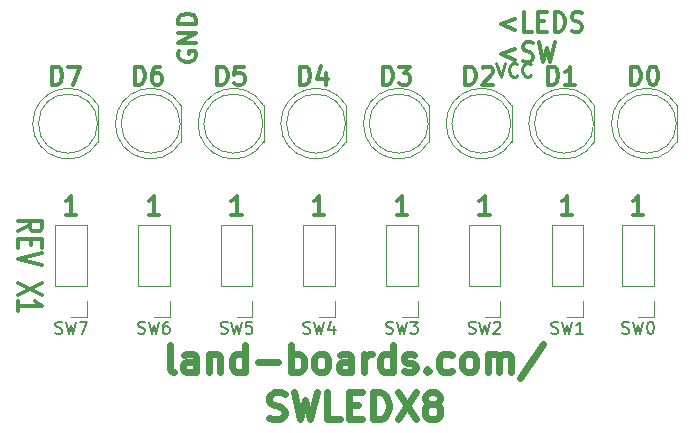
<source format=gbr>
G04 #@! TF.FileFunction,Legend,Top*
%FSLAX46Y46*%
G04 Gerber Fmt 4.6, Leading zero omitted, Abs format (unit mm)*
G04 Created by KiCad (PCBNEW 4.0.5) date 05/28/17 12:44:24*
%MOMM*%
%LPD*%
G01*
G04 APERTURE LIST*
%ADD10C,0.150000*%
%ADD11C,0.304800*%
%ADD12C,0.285750*%
%ADD13C,0.571500*%
%ADD14C,0.120000*%
G04 APERTURE END LIST*
D10*
D11*
X54435429Y-19746881D02*
X53564572Y-19746881D01*
X54000000Y-19746881D02*
X54000000Y-18095881D01*
X53854857Y-18331738D01*
X53709715Y-18488976D01*
X53564572Y-18567595D01*
X48435429Y-19746881D02*
X47564572Y-19746881D01*
X48000000Y-19746881D02*
X48000000Y-18095881D01*
X47854857Y-18331738D01*
X47709715Y-18488976D01*
X47564572Y-18567595D01*
X41435429Y-19746881D02*
X40564572Y-19746881D01*
X41000000Y-19746881D02*
X41000000Y-18095881D01*
X40854857Y-18331738D01*
X40709715Y-18488976D01*
X40564572Y-18567595D01*
X34435429Y-19746881D02*
X33564572Y-19746881D01*
X34000000Y-19746881D02*
X34000000Y-18095881D01*
X33854857Y-18331738D01*
X33709715Y-18488976D01*
X33564572Y-18567595D01*
X27435429Y-19746881D02*
X26564572Y-19746881D01*
X27000000Y-19746881D02*
X27000000Y-18095881D01*
X26854857Y-18331738D01*
X26709715Y-18488976D01*
X26564572Y-18567595D01*
X20435429Y-19746881D02*
X19564572Y-19746881D01*
X20000000Y-19746881D02*
X20000000Y-18095881D01*
X19854857Y-18331738D01*
X19709715Y-18488976D01*
X19564572Y-18567595D01*
X13435429Y-19746881D02*
X12564572Y-19746881D01*
X13000000Y-19746881D02*
X13000000Y-18095881D01*
X12854857Y-18331738D01*
X12709715Y-18488976D01*
X12564572Y-18567595D01*
X6435429Y-19746881D02*
X5564572Y-19746881D01*
X6000000Y-19746881D02*
X6000000Y-18095881D01*
X5854857Y-18331738D01*
X5709715Y-18488976D01*
X5564572Y-18567595D01*
D12*
X41976000Y-6874071D02*
X42357000Y-8017071D01*
X42738000Y-6874071D01*
X43772143Y-7908214D02*
X43717714Y-7962643D01*
X43554428Y-8017071D01*
X43445571Y-8017071D01*
X43282286Y-7962643D01*
X43173428Y-7853786D01*
X43119000Y-7744929D01*
X43064571Y-7527214D01*
X43064571Y-7363929D01*
X43119000Y-7146214D01*
X43173428Y-7037357D01*
X43282286Y-6928500D01*
X43445571Y-6874071D01*
X43554428Y-6874071D01*
X43717714Y-6928500D01*
X43772143Y-6982929D01*
X44915143Y-7908214D02*
X44860714Y-7962643D01*
X44697428Y-8017071D01*
X44588571Y-8017071D01*
X44425286Y-7962643D01*
X44316428Y-7853786D01*
X44262000Y-7744929D01*
X44207571Y-7527214D01*
X44207571Y-7363929D01*
X44262000Y-7146214D01*
X44316428Y-7037357D01*
X44425286Y-6928500D01*
X44588571Y-6874071D01*
X44697428Y-6874071D01*
X44860714Y-6928500D01*
X44915143Y-6982929D01*
D11*
X43594000Y-5648214D02*
X42432857Y-6119929D01*
X43594000Y-6591643D01*
X44247143Y-6670262D02*
X44464857Y-6748881D01*
X44827714Y-6748881D01*
X44972857Y-6670262D01*
X45045428Y-6591643D01*
X45118000Y-6434405D01*
X45118000Y-6277167D01*
X45045428Y-6119929D01*
X44972857Y-6041310D01*
X44827714Y-5962690D01*
X44537428Y-5884071D01*
X44392286Y-5805452D01*
X44319714Y-5726833D01*
X44247143Y-5569595D01*
X44247143Y-5412357D01*
X44319714Y-5255119D01*
X44392286Y-5176500D01*
X44537428Y-5097881D01*
X44900286Y-5097881D01*
X45118000Y-5176500D01*
X45626000Y-5097881D02*
X45988857Y-6748881D01*
X46279143Y-5569595D01*
X46569429Y-6748881D01*
X46932286Y-5097881D01*
X43594000Y-3108214D02*
X42432857Y-3579929D01*
X43594000Y-4051643D01*
X45045428Y-4208881D02*
X44319714Y-4208881D01*
X44319714Y-2557881D01*
X45553428Y-3344071D02*
X46061428Y-3344071D01*
X46279142Y-4208881D02*
X45553428Y-4208881D01*
X45553428Y-2557881D01*
X46279142Y-2557881D01*
X46932285Y-4208881D02*
X46932285Y-2557881D01*
X47295142Y-2557881D01*
X47512857Y-2636500D01*
X47657999Y-2793738D01*
X47730571Y-2950976D01*
X47803142Y-3265452D01*
X47803142Y-3501310D01*
X47730571Y-3815786D01*
X47657999Y-3973024D01*
X47512857Y-4130262D01*
X47295142Y-4208881D01*
X46932285Y-4208881D01*
X48383714Y-4130262D02*
X48601428Y-4208881D01*
X48964285Y-4208881D01*
X49109428Y-4130262D01*
X49181999Y-4051643D01*
X49254571Y-3894405D01*
X49254571Y-3737167D01*
X49181999Y-3579929D01*
X49109428Y-3501310D01*
X48964285Y-3422690D01*
X48673999Y-3344071D01*
X48528857Y-3265452D01*
X48456285Y-3186833D01*
X48383714Y-3029595D01*
X48383714Y-2872357D01*
X48456285Y-2715119D01*
X48528857Y-2636500D01*
X48673999Y-2557881D01*
X49036857Y-2557881D01*
X49254571Y-2636500D01*
X15146000Y-5893142D02*
X15073429Y-6038285D01*
X15073429Y-6255999D01*
X15146000Y-6473714D01*
X15291143Y-6618856D01*
X15436286Y-6691428D01*
X15726571Y-6763999D01*
X15944286Y-6763999D01*
X16234571Y-6691428D01*
X16379714Y-6618856D01*
X16524857Y-6473714D01*
X16597429Y-6255999D01*
X16597429Y-6110856D01*
X16524857Y-5893142D01*
X16452286Y-5820571D01*
X15944286Y-5820571D01*
X15944286Y-6110856D01*
X16597429Y-5167428D02*
X15073429Y-5167428D01*
X16597429Y-4296571D01*
X15073429Y-4296571D01*
X16597429Y-3570857D02*
X15073429Y-3570857D01*
X15073429Y-3208000D01*
X15146000Y-2990285D01*
X15291143Y-2845143D01*
X15436286Y-2772571D01*
X15726571Y-2700000D01*
X15944286Y-2700000D01*
X16234571Y-2772571D01*
X16379714Y-2845143D01*
X16524857Y-2990285D01*
X16597429Y-3208000D01*
X16597429Y-3570857D01*
D13*
X14705570Y-33033893D02*
X14487856Y-32925036D01*
X14378999Y-32707321D01*
X14378999Y-30747893D01*
X16556142Y-33033893D02*
X16556142Y-31836464D01*
X16447285Y-31618750D01*
X16229571Y-31509893D01*
X15794142Y-31509893D01*
X15576428Y-31618750D01*
X16556142Y-32925036D02*
X16338428Y-33033893D01*
X15794142Y-33033893D01*
X15576428Y-32925036D01*
X15467571Y-32707321D01*
X15467571Y-32489607D01*
X15576428Y-32271893D01*
X15794142Y-32163036D01*
X16338428Y-32163036D01*
X16556142Y-32054179D01*
X17644714Y-31509893D02*
X17644714Y-33033893D01*
X17644714Y-31727607D02*
X17753571Y-31618750D01*
X17971285Y-31509893D01*
X18297857Y-31509893D01*
X18515571Y-31618750D01*
X18624428Y-31836464D01*
X18624428Y-33033893D01*
X20692714Y-33033893D02*
X20692714Y-30747893D01*
X20692714Y-32925036D02*
X20475000Y-33033893D01*
X20039571Y-33033893D01*
X19821857Y-32925036D01*
X19713000Y-32816179D01*
X19604143Y-32598464D01*
X19604143Y-31945321D01*
X19713000Y-31727607D01*
X19821857Y-31618750D01*
X20039571Y-31509893D01*
X20475000Y-31509893D01*
X20692714Y-31618750D01*
X21781286Y-32163036D02*
X23523000Y-32163036D01*
X24611572Y-33033893D02*
X24611572Y-30747893D01*
X24611572Y-31618750D02*
X24829286Y-31509893D01*
X25264715Y-31509893D01*
X25482429Y-31618750D01*
X25591286Y-31727607D01*
X25700143Y-31945321D01*
X25700143Y-32598464D01*
X25591286Y-32816179D01*
X25482429Y-32925036D01*
X25264715Y-33033893D01*
X24829286Y-33033893D01*
X24611572Y-32925036D01*
X27006429Y-33033893D02*
X26788715Y-32925036D01*
X26679858Y-32816179D01*
X26571001Y-32598464D01*
X26571001Y-31945321D01*
X26679858Y-31727607D01*
X26788715Y-31618750D01*
X27006429Y-31509893D01*
X27333001Y-31509893D01*
X27550715Y-31618750D01*
X27659572Y-31727607D01*
X27768429Y-31945321D01*
X27768429Y-32598464D01*
X27659572Y-32816179D01*
X27550715Y-32925036D01*
X27333001Y-33033893D01*
X27006429Y-33033893D01*
X29727858Y-33033893D02*
X29727858Y-31836464D01*
X29619001Y-31618750D01*
X29401287Y-31509893D01*
X28965858Y-31509893D01*
X28748144Y-31618750D01*
X29727858Y-32925036D02*
X29510144Y-33033893D01*
X28965858Y-33033893D01*
X28748144Y-32925036D01*
X28639287Y-32707321D01*
X28639287Y-32489607D01*
X28748144Y-32271893D01*
X28965858Y-32163036D01*
X29510144Y-32163036D01*
X29727858Y-32054179D01*
X30816430Y-33033893D02*
X30816430Y-31509893D01*
X30816430Y-31945321D02*
X30925287Y-31727607D01*
X31034144Y-31618750D01*
X31251858Y-31509893D01*
X31469573Y-31509893D01*
X33211287Y-33033893D02*
X33211287Y-30747893D01*
X33211287Y-32925036D02*
X32993573Y-33033893D01*
X32558144Y-33033893D01*
X32340430Y-32925036D01*
X32231573Y-32816179D01*
X32122716Y-32598464D01*
X32122716Y-31945321D01*
X32231573Y-31727607D01*
X32340430Y-31618750D01*
X32558144Y-31509893D01*
X32993573Y-31509893D01*
X33211287Y-31618750D01*
X34191002Y-32925036D02*
X34408716Y-33033893D01*
X34844144Y-33033893D01*
X35061859Y-32925036D01*
X35170716Y-32707321D01*
X35170716Y-32598464D01*
X35061859Y-32380750D01*
X34844144Y-32271893D01*
X34517573Y-32271893D01*
X34299859Y-32163036D01*
X34191002Y-31945321D01*
X34191002Y-31836464D01*
X34299859Y-31618750D01*
X34517573Y-31509893D01*
X34844144Y-31509893D01*
X35061859Y-31618750D01*
X36150430Y-32816179D02*
X36259287Y-32925036D01*
X36150430Y-33033893D01*
X36041573Y-32925036D01*
X36150430Y-32816179D01*
X36150430Y-33033893D01*
X38218715Y-32925036D02*
X38001001Y-33033893D01*
X37565572Y-33033893D01*
X37347858Y-32925036D01*
X37239001Y-32816179D01*
X37130144Y-32598464D01*
X37130144Y-31945321D01*
X37239001Y-31727607D01*
X37347858Y-31618750D01*
X37565572Y-31509893D01*
X38001001Y-31509893D01*
X38218715Y-31618750D01*
X39525001Y-33033893D02*
X39307287Y-32925036D01*
X39198430Y-32816179D01*
X39089573Y-32598464D01*
X39089573Y-31945321D01*
X39198430Y-31727607D01*
X39307287Y-31618750D01*
X39525001Y-31509893D01*
X39851573Y-31509893D01*
X40069287Y-31618750D01*
X40178144Y-31727607D01*
X40287001Y-31945321D01*
X40287001Y-32598464D01*
X40178144Y-32816179D01*
X40069287Y-32925036D01*
X39851573Y-33033893D01*
X39525001Y-33033893D01*
X41266716Y-33033893D02*
X41266716Y-31509893D01*
X41266716Y-31727607D02*
X41375573Y-31618750D01*
X41593287Y-31509893D01*
X41919859Y-31509893D01*
X42137573Y-31618750D01*
X42246430Y-31836464D01*
X42246430Y-33033893D01*
X42246430Y-31836464D02*
X42355287Y-31618750D01*
X42573001Y-31509893D01*
X42899573Y-31509893D01*
X43117287Y-31618750D01*
X43226144Y-31836464D01*
X43226144Y-33033893D01*
X45947573Y-30639036D02*
X43988144Y-33578179D01*
X22761001Y-36925536D02*
X23087572Y-37034393D01*
X23631858Y-37034393D01*
X23849572Y-36925536D01*
X23958429Y-36816679D01*
X24067286Y-36598964D01*
X24067286Y-36381250D01*
X23958429Y-36163536D01*
X23849572Y-36054679D01*
X23631858Y-35945821D01*
X23196429Y-35836964D01*
X22978715Y-35728107D01*
X22869858Y-35619250D01*
X22761001Y-35401536D01*
X22761001Y-35183821D01*
X22869858Y-34966107D01*
X22978715Y-34857250D01*
X23196429Y-34748393D01*
X23740715Y-34748393D01*
X24067286Y-34857250D01*
X24829286Y-34748393D02*
X25373572Y-37034393D01*
X25809001Y-35401536D01*
X26244429Y-37034393D01*
X26788715Y-34748393D01*
X28748143Y-37034393D02*
X27659572Y-37034393D01*
X27659572Y-34748393D01*
X29510143Y-35836964D02*
X30272143Y-35836964D01*
X30598714Y-37034393D02*
X29510143Y-37034393D01*
X29510143Y-34748393D01*
X30598714Y-34748393D01*
X31578429Y-37034393D02*
X31578429Y-34748393D01*
X32122714Y-34748393D01*
X32449286Y-34857250D01*
X32667000Y-35074964D01*
X32775857Y-35292679D01*
X32884714Y-35728107D01*
X32884714Y-36054679D01*
X32775857Y-36490107D01*
X32667000Y-36707821D01*
X32449286Y-36925536D01*
X32122714Y-37034393D01*
X31578429Y-37034393D01*
X33646714Y-34748393D02*
X35170714Y-37034393D01*
X35170714Y-34748393D02*
X33646714Y-37034393D01*
X36368143Y-35728107D02*
X36150429Y-35619250D01*
X36041572Y-35510393D01*
X35932715Y-35292679D01*
X35932715Y-35183821D01*
X36041572Y-34966107D01*
X36150429Y-34857250D01*
X36368143Y-34748393D01*
X36803572Y-34748393D01*
X37021286Y-34857250D01*
X37130143Y-34966107D01*
X37239000Y-35183821D01*
X37239000Y-35292679D01*
X37130143Y-35510393D01*
X37021286Y-35619250D01*
X36803572Y-35728107D01*
X36368143Y-35728107D01*
X36150429Y-35836964D01*
X36041572Y-35945821D01*
X35932715Y-36163536D01*
X35932715Y-36598964D01*
X36041572Y-36816679D01*
X36150429Y-36925536D01*
X36368143Y-37034393D01*
X36803572Y-37034393D01*
X37021286Y-36925536D01*
X37130143Y-36816679D01*
X37239000Y-36598964D01*
X37239000Y-36163536D01*
X37130143Y-35945821D01*
X37021286Y-35836964D01*
X36803572Y-35728107D01*
D11*
X1526762Y-21133142D02*
X2494381Y-20625142D01*
X1526762Y-20262285D02*
X3558762Y-20262285D01*
X3558762Y-20842857D01*
X3462000Y-20987999D01*
X3365238Y-21060571D01*
X3171714Y-21133142D01*
X2881429Y-21133142D01*
X2687905Y-21060571D01*
X2591143Y-20987999D01*
X2494381Y-20842857D01*
X2494381Y-20262285D01*
X2591143Y-21786285D02*
X2591143Y-22294285D01*
X1526762Y-22511999D02*
X1526762Y-21786285D01*
X3558762Y-21786285D01*
X3558762Y-22511999D01*
X3558762Y-22947428D02*
X1526762Y-23455428D01*
X3558762Y-23963428D01*
X3558762Y-25487428D02*
X1526762Y-26503428D01*
X3558762Y-26503428D02*
X1526762Y-25487428D01*
X1526762Y-27882286D02*
X1526762Y-27011429D01*
X1526762Y-27446857D02*
X3558762Y-27446857D01*
X3268476Y-27301714D01*
X3074952Y-27156572D01*
X2978190Y-27011429D01*
D14*
X51740000Y-11999538D02*
G75*
G03X57290000Y-13544830I2990000J-462D01*
G01*
X51740000Y-12000462D02*
G75*
G02X57290000Y-10455170I2990000J462D01*
G01*
X57230000Y-12000000D02*
G75*
G03X57230000Y-12000000I-2500000J0D01*
G01*
X57290000Y-13545000D02*
X57290000Y-10455000D01*
X44740000Y-11999538D02*
G75*
G03X50290000Y-13544830I2990000J-462D01*
G01*
X44740000Y-12000462D02*
G75*
G02X50290000Y-10455170I2990000J462D01*
G01*
X50230000Y-12000000D02*
G75*
G03X50230000Y-12000000I-2500000J0D01*
G01*
X50290000Y-13545000D02*
X50290000Y-10455000D01*
X37740000Y-11999538D02*
G75*
G03X43290000Y-13544830I2990000J-462D01*
G01*
X37740000Y-12000462D02*
G75*
G02X43290000Y-10455170I2990000J462D01*
G01*
X43230000Y-12000000D02*
G75*
G03X43230000Y-12000000I-2500000J0D01*
G01*
X43290000Y-13545000D02*
X43290000Y-10455000D01*
X30740000Y-11999538D02*
G75*
G03X36290000Y-13544830I2990000J-462D01*
G01*
X30740000Y-12000462D02*
G75*
G02X36290000Y-10455170I2990000J462D01*
G01*
X36230000Y-12000000D02*
G75*
G03X36230000Y-12000000I-2500000J0D01*
G01*
X36290000Y-13545000D02*
X36290000Y-10455000D01*
X23740000Y-11999538D02*
G75*
G03X29290000Y-13544830I2990000J-462D01*
G01*
X23740000Y-12000462D02*
G75*
G02X29290000Y-10455170I2990000J462D01*
G01*
X29230000Y-12000000D02*
G75*
G03X29230000Y-12000000I-2500000J0D01*
G01*
X29290000Y-13545000D02*
X29290000Y-10455000D01*
X16740000Y-11999538D02*
G75*
G03X22290000Y-13544830I2990000J-462D01*
G01*
X16740000Y-12000462D02*
G75*
G02X22290000Y-10455170I2990000J462D01*
G01*
X22230000Y-12000000D02*
G75*
G03X22230000Y-12000000I-2500000J0D01*
G01*
X22290000Y-13545000D02*
X22290000Y-10455000D01*
X9740000Y-11999538D02*
G75*
G03X15290000Y-13544830I2990000J-462D01*
G01*
X9740000Y-12000462D02*
G75*
G02X15290000Y-10455170I2990000J462D01*
G01*
X15230000Y-12000000D02*
G75*
G03X15230000Y-12000000I-2500000J0D01*
G01*
X15290000Y-13545000D02*
X15290000Y-10455000D01*
X2740000Y-11999538D02*
G75*
G03X8290000Y-13544830I2990000J-462D01*
G01*
X2740000Y-12000462D02*
G75*
G02X8290000Y-10455170I2990000J462D01*
G01*
X8230000Y-12000000D02*
G75*
G03X8230000Y-12000000I-2500000J0D01*
G01*
X8290000Y-13545000D02*
X8290000Y-10455000D01*
X55330000Y-25730000D02*
X55330000Y-20590000D01*
X55330000Y-20590000D02*
X52670000Y-20590000D01*
X52670000Y-20590000D02*
X52670000Y-25730000D01*
X52670000Y-25730000D02*
X55330000Y-25730000D01*
X55330000Y-27000000D02*
X55330000Y-28330000D01*
X55330000Y-28330000D02*
X54000000Y-28330000D01*
X49330000Y-25730000D02*
X49330000Y-20590000D01*
X49330000Y-20590000D02*
X46670000Y-20590000D01*
X46670000Y-20590000D02*
X46670000Y-25730000D01*
X46670000Y-25730000D02*
X49330000Y-25730000D01*
X49330000Y-27000000D02*
X49330000Y-28330000D01*
X49330000Y-28330000D02*
X48000000Y-28330000D01*
X42330000Y-25730000D02*
X42330000Y-20590000D01*
X42330000Y-20590000D02*
X39670000Y-20590000D01*
X39670000Y-20590000D02*
X39670000Y-25730000D01*
X39670000Y-25730000D02*
X42330000Y-25730000D01*
X42330000Y-27000000D02*
X42330000Y-28330000D01*
X42330000Y-28330000D02*
X41000000Y-28330000D01*
X35330000Y-25730000D02*
X35330000Y-20590000D01*
X35330000Y-20590000D02*
X32670000Y-20590000D01*
X32670000Y-20590000D02*
X32670000Y-25730000D01*
X32670000Y-25730000D02*
X35330000Y-25730000D01*
X35330000Y-27000000D02*
X35330000Y-28330000D01*
X35330000Y-28330000D02*
X34000000Y-28330000D01*
X28330000Y-25730000D02*
X28330000Y-20590000D01*
X28330000Y-20590000D02*
X25670000Y-20590000D01*
X25670000Y-20590000D02*
X25670000Y-25730000D01*
X25670000Y-25730000D02*
X28330000Y-25730000D01*
X28330000Y-27000000D02*
X28330000Y-28330000D01*
X28330000Y-28330000D02*
X27000000Y-28330000D01*
X21330000Y-25730000D02*
X21330000Y-20590000D01*
X21330000Y-20590000D02*
X18670000Y-20590000D01*
X18670000Y-20590000D02*
X18670000Y-25730000D01*
X18670000Y-25730000D02*
X21330000Y-25730000D01*
X21330000Y-27000000D02*
X21330000Y-28330000D01*
X21330000Y-28330000D02*
X20000000Y-28330000D01*
X14330000Y-25730000D02*
X14330000Y-20590000D01*
X14330000Y-20590000D02*
X11670000Y-20590000D01*
X11670000Y-20590000D02*
X11670000Y-25730000D01*
X11670000Y-25730000D02*
X14330000Y-25730000D01*
X14330000Y-27000000D02*
X14330000Y-28330000D01*
X14330000Y-28330000D02*
X13000000Y-28330000D01*
X7330000Y-25730000D02*
X7330000Y-20590000D01*
X7330000Y-20590000D02*
X4670000Y-20590000D01*
X4670000Y-20590000D02*
X4670000Y-25730000D01*
X4670000Y-25730000D02*
X7330000Y-25730000D01*
X7330000Y-27000000D02*
X7330000Y-28330000D01*
X7330000Y-28330000D02*
X6000000Y-28330000D01*
D11*
X53375143Y-8689429D02*
X53375143Y-7165429D01*
X53738000Y-7165429D01*
X53955715Y-7238000D01*
X54100857Y-7383143D01*
X54173429Y-7528286D01*
X54246000Y-7818571D01*
X54246000Y-8036286D01*
X54173429Y-8326571D01*
X54100857Y-8471714D01*
X53955715Y-8616857D01*
X53738000Y-8689429D01*
X53375143Y-8689429D01*
X55189429Y-7165429D02*
X55334572Y-7165429D01*
X55479715Y-7238000D01*
X55552286Y-7310571D01*
X55624857Y-7455714D01*
X55697429Y-7746000D01*
X55697429Y-8108857D01*
X55624857Y-8399143D01*
X55552286Y-8544286D01*
X55479715Y-8616857D01*
X55334572Y-8689429D01*
X55189429Y-8689429D01*
X55044286Y-8616857D01*
X54971715Y-8544286D01*
X54899143Y-8399143D01*
X54826572Y-8108857D01*
X54826572Y-7746000D01*
X54899143Y-7455714D01*
X54971715Y-7310571D01*
X55044286Y-7238000D01*
X55189429Y-7165429D01*
X46375143Y-8689429D02*
X46375143Y-7165429D01*
X46738000Y-7165429D01*
X46955715Y-7238000D01*
X47100857Y-7383143D01*
X47173429Y-7528286D01*
X47246000Y-7818571D01*
X47246000Y-8036286D01*
X47173429Y-8326571D01*
X47100857Y-8471714D01*
X46955715Y-8616857D01*
X46738000Y-8689429D01*
X46375143Y-8689429D01*
X48697429Y-8689429D02*
X47826572Y-8689429D01*
X48262000Y-8689429D02*
X48262000Y-7165429D01*
X48116857Y-7383143D01*
X47971715Y-7528286D01*
X47826572Y-7600857D01*
X39375143Y-8689429D02*
X39375143Y-7165429D01*
X39738000Y-7165429D01*
X39955715Y-7238000D01*
X40100857Y-7383143D01*
X40173429Y-7528286D01*
X40246000Y-7818571D01*
X40246000Y-8036286D01*
X40173429Y-8326571D01*
X40100857Y-8471714D01*
X39955715Y-8616857D01*
X39738000Y-8689429D01*
X39375143Y-8689429D01*
X40826572Y-7310571D02*
X40899143Y-7238000D01*
X41044286Y-7165429D01*
X41407143Y-7165429D01*
X41552286Y-7238000D01*
X41624857Y-7310571D01*
X41697429Y-7455714D01*
X41697429Y-7600857D01*
X41624857Y-7818571D01*
X40754000Y-8689429D01*
X41697429Y-8689429D01*
X32375143Y-8689429D02*
X32375143Y-7165429D01*
X32738000Y-7165429D01*
X32955715Y-7238000D01*
X33100857Y-7383143D01*
X33173429Y-7528286D01*
X33246000Y-7818571D01*
X33246000Y-8036286D01*
X33173429Y-8326571D01*
X33100857Y-8471714D01*
X32955715Y-8616857D01*
X32738000Y-8689429D01*
X32375143Y-8689429D01*
X33754000Y-7165429D02*
X34697429Y-7165429D01*
X34189429Y-7746000D01*
X34407143Y-7746000D01*
X34552286Y-7818571D01*
X34624857Y-7891143D01*
X34697429Y-8036286D01*
X34697429Y-8399143D01*
X34624857Y-8544286D01*
X34552286Y-8616857D01*
X34407143Y-8689429D01*
X33971715Y-8689429D01*
X33826572Y-8616857D01*
X33754000Y-8544286D01*
X25375143Y-8689429D02*
X25375143Y-7165429D01*
X25738000Y-7165429D01*
X25955715Y-7238000D01*
X26100857Y-7383143D01*
X26173429Y-7528286D01*
X26246000Y-7818571D01*
X26246000Y-8036286D01*
X26173429Y-8326571D01*
X26100857Y-8471714D01*
X25955715Y-8616857D01*
X25738000Y-8689429D01*
X25375143Y-8689429D01*
X27552286Y-7673429D02*
X27552286Y-8689429D01*
X27189429Y-7092857D02*
X26826572Y-8181429D01*
X27770000Y-8181429D01*
X18375143Y-8689429D02*
X18375143Y-7165429D01*
X18738000Y-7165429D01*
X18955715Y-7238000D01*
X19100857Y-7383143D01*
X19173429Y-7528286D01*
X19246000Y-7818571D01*
X19246000Y-8036286D01*
X19173429Y-8326571D01*
X19100857Y-8471714D01*
X18955715Y-8616857D01*
X18738000Y-8689429D01*
X18375143Y-8689429D01*
X20624857Y-7165429D02*
X19899143Y-7165429D01*
X19826572Y-7891143D01*
X19899143Y-7818571D01*
X20044286Y-7746000D01*
X20407143Y-7746000D01*
X20552286Y-7818571D01*
X20624857Y-7891143D01*
X20697429Y-8036286D01*
X20697429Y-8399143D01*
X20624857Y-8544286D01*
X20552286Y-8616857D01*
X20407143Y-8689429D01*
X20044286Y-8689429D01*
X19899143Y-8616857D01*
X19826572Y-8544286D01*
X11375143Y-8689429D02*
X11375143Y-7165429D01*
X11738000Y-7165429D01*
X11955715Y-7238000D01*
X12100857Y-7383143D01*
X12173429Y-7528286D01*
X12246000Y-7818571D01*
X12246000Y-8036286D01*
X12173429Y-8326571D01*
X12100857Y-8471714D01*
X11955715Y-8616857D01*
X11738000Y-8689429D01*
X11375143Y-8689429D01*
X13552286Y-7165429D02*
X13262000Y-7165429D01*
X13116857Y-7238000D01*
X13044286Y-7310571D01*
X12899143Y-7528286D01*
X12826572Y-7818571D01*
X12826572Y-8399143D01*
X12899143Y-8544286D01*
X12971715Y-8616857D01*
X13116857Y-8689429D01*
X13407143Y-8689429D01*
X13552286Y-8616857D01*
X13624857Y-8544286D01*
X13697429Y-8399143D01*
X13697429Y-8036286D01*
X13624857Y-7891143D01*
X13552286Y-7818571D01*
X13407143Y-7746000D01*
X13116857Y-7746000D01*
X12971715Y-7818571D01*
X12899143Y-7891143D01*
X12826572Y-8036286D01*
X4375143Y-8689429D02*
X4375143Y-7165429D01*
X4738000Y-7165429D01*
X4955715Y-7238000D01*
X5100857Y-7383143D01*
X5173429Y-7528286D01*
X5246000Y-7818571D01*
X5246000Y-8036286D01*
X5173429Y-8326571D01*
X5100857Y-8471714D01*
X4955715Y-8616857D01*
X4738000Y-8689429D01*
X4375143Y-8689429D01*
X5754000Y-7165429D02*
X6770000Y-7165429D01*
X6116857Y-8689429D01*
D10*
X52666667Y-29734762D02*
X52809524Y-29782381D01*
X53047620Y-29782381D01*
X53142858Y-29734762D01*
X53190477Y-29687143D01*
X53238096Y-29591905D01*
X53238096Y-29496667D01*
X53190477Y-29401429D01*
X53142858Y-29353810D01*
X53047620Y-29306190D01*
X52857143Y-29258571D01*
X52761905Y-29210952D01*
X52714286Y-29163333D01*
X52666667Y-29068095D01*
X52666667Y-28972857D01*
X52714286Y-28877619D01*
X52761905Y-28830000D01*
X52857143Y-28782381D01*
X53095239Y-28782381D01*
X53238096Y-28830000D01*
X53571429Y-28782381D02*
X53809524Y-29782381D01*
X54000001Y-29068095D01*
X54190477Y-29782381D01*
X54428572Y-28782381D01*
X55000000Y-28782381D02*
X55095239Y-28782381D01*
X55190477Y-28830000D01*
X55238096Y-28877619D01*
X55285715Y-28972857D01*
X55333334Y-29163333D01*
X55333334Y-29401429D01*
X55285715Y-29591905D01*
X55238096Y-29687143D01*
X55190477Y-29734762D01*
X55095239Y-29782381D01*
X55000000Y-29782381D01*
X54904762Y-29734762D01*
X54857143Y-29687143D01*
X54809524Y-29591905D01*
X54761905Y-29401429D01*
X54761905Y-29163333D01*
X54809524Y-28972857D01*
X54857143Y-28877619D01*
X54904762Y-28830000D01*
X55000000Y-28782381D01*
X46666667Y-29734762D02*
X46809524Y-29782381D01*
X47047620Y-29782381D01*
X47142858Y-29734762D01*
X47190477Y-29687143D01*
X47238096Y-29591905D01*
X47238096Y-29496667D01*
X47190477Y-29401429D01*
X47142858Y-29353810D01*
X47047620Y-29306190D01*
X46857143Y-29258571D01*
X46761905Y-29210952D01*
X46714286Y-29163333D01*
X46666667Y-29068095D01*
X46666667Y-28972857D01*
X46714286Y-28877619D01*
X46761905Y-28830000D01*
X46857143Y-28782381D01*
X47095239Y-28782381D01*
X47238096Y-28830000D01*
X47571429Y-28782381D02*
X47809524Y-29782381D01*
X48000001Y-29068095D01*
X48190477Y-29782381D01*
X48428572Y-28782381D01*
X49333334Y-29782381D02*
X48761905Y-29782381D01*
X49047619Y-29782381D02*
X49047619Y-28782381D01*
X48952381Y-28925238D01*
X48857143Y-29020476D01*
X48761905Y-29068095D01*
X39666667Y-29734762D02*
X39809524Y-29782381D01*
X40047620Y-29782381D01*
X40142858Y-29734762D01*
X40190477Y-29687143D01*
X40238096Y-29591905D01*
X40238096Y-29496667D01*
X40190477Y-29401429D01*
X40142858Y-29353810D01*
X40047620Y-29306190D01*
X39857143Y-29258571D01*
X39761905Y-29210952D01*
X39714286Y-29163333D01*
X39666667Y-29068095D01*
X39666667Y-28972857D01*
X39714286Y-28877619D01*
X39761905Y-28830000D01*
X39857143Y-28782381D01*
X40095239Y-28782381D01*
X40238096Y-28830000D01*
X40571429Y-28782381D02*
X40809524Y-29782381D01*
X41000001Y-29068095D01*
X41190477Y-29782381D01*
X41428572Y-28782381D01*
X41761905Y-28877619D02*
X41809524Y-28830000D01*
X41904762Y-28782381D01*
X42142858Y-28782381D01*
X42238096Y-28830000D01*
X42285715Y-28877619D01*
X42333334Y-28972857D01*
X42333334Y-29068095D01*
X42285715Y-29210952D01*
X41714286Y-29782381D01*
X42333334Y-29782381D01*
X32666667Y-29734762D02*
X32809524Y-29782381D01*
X33047620Y-29782381D01*
X33142858Y-29734762D01*
X33190477Y-29687143D01*
X33238096Y-29591905D01*
X33238096Y-29496667D01*
X33190477Y-29401429D01*
X33142858Y-29353810D01*
X33047620Y-29306190D01*
X32857143Y-29258571D01*
X32761905Y-29210952D01*
X32714286Y-29163333D01*
X32666667Y-29068095D01*
X32666667Y-28972857D01*
X32714286Y-28877619D01*
X32761905Y-28830000D01*
X32857143Y-28782381D01*
X33095239Y-28782381D01*
X33238096Y-28830000D01*
X33571429Y-28782381D02*
X33809524Y-29782381D01*
X34000001Y-29068095D01*
X34190477Y-29782381D01*
X34428572Y-28782381D01*
X34714286Y-28782381D02*
X35333334Y-28782381D01*
X35000000Y-29163333D01*
X35142858Y-29163333D01*
X35238096Y-29210952D01*
X35285715Y-29258571D01*
X35333334Y-29353810D01*
X35333334Y-29591905D01*
X35285715Y-29687143D01*
X35238096Y-29734762D01*
X35142858Y-29782381D01*
X34857143Y-29782381D01*
X34761905Y-29734762D01*
X34714286Y-29687143D01*
X25666667Y-29734762D02*
X25809524Y-29782381D01*
X26047620Y-29782381D01*
X26142858Y-29734762D01*
X26190477Y-29687143D01*
X26238096Y-29591905D01*
X26238096Y-29496667D01*
X26190477Y-29401429D01*
X26142858Y-29353810D01*
X26047620Y-29306190D01*
X25857143Y-29258571D01*
X25761905Y-29210952D01*
X25714286Y-29163333D01*
X25666667Y-29068095D01*
X25666667Y-28972857D01*
X25714286Y-28877619D01*
X25761905Y-28830000D01*
X25857143Y-28782381D01*
X26095239Y-28782381D01*
X26238096Y-28830000D01*
X26571429Y-28782381D02*
X26809524Y-29782381D01*
X27000001Y-29068095D01*
X27190477Y-29782381D01*
X27428572Y-28782381D01*
X28238096Y-29115714D02*
X28238096Y-29782381D01*
X28000000Y-28734762D02*
X27761905Y-29449048D01*
X28380953Y-29449048D01*
X18666667Y-29734762D02*
X18809524Y-29782381D01*
X19047620Y-29782381D01*
X19142858Y-29734762D01*
X19190477Y-29687143D01*
X19238096Y-29591905D01*
X19238096Y-29496667D01*
X19190477Y-29401429D01*
X19142858Y-29353810D01*
X19047620Y-29306190D01*
X18857143Y-29258571D01*
X18761905Y-29210952D01*
X18714286Y-29163333D01*
X18666667Y-29068095D01*
X18666667Y-28972857D01*
X18714286Y-28877619D01*
X18761905Y-28830000D01*
X18857143Y-28782381D01*
X19095239Y-28782381D01*
X19238096Y-28830000D01*
X19571429Y-28782381D02*
X19809524Y-29782381D01*
X20000001Y-29068095D01*
X20190477Y-29782381D01*
X20428572Y-28782381D01*
X21285715Y-28782381D02*
X20809524Y-28782381D01*
X20761905Y-29258571D01*
X20809524Y-29210952D01*
X20904762Y-29163333D01*
X21142858Y-29163333D01*
X21238096Y-29210952D01*
X21285715Y-29258571D01*
X21333334Y-29353810D01*
X21333334Y-29591905D01*
X21285715Y-29687143D01*
X21238096Y-29734762D01*
X21142858Y-29782381D01*
X20904762Y-29782381D01*
X20809524Y-29734762D01*
X20761905Y-29687143D01*
X11666667Y-29734762D02*
X11809524Y-29782381D01*
X12047620Y-29782381D01*
X12142858Y-29734762D01*
X12190477Y-29687143D01*
X12238096Y-29591905D01*
X12238096Y-29496667D01*
X12190477Y-29401429D01*
X12142858Y-29353810D01*
X12047620Y-29306190D01*
X11857143Y-29258571D01*
X11761905Y-29210952D01*
X11714286Y-29163333D01*
X11666667Y-29068095D01*
X11666667Y-28972857D01*
X11714286Y-28877619D01*
X11761905Y-28830000D01*
X11857143Y-28782381D01*
X12095239Y-28782381D01*
X12238096Y-28830000D01*
X12571429Y-28782381D02*
X12809524Y-29782381D01*
X13000001Y-29068095D01*
X13190477Y-29782381D01*
X13428572Y-28782381D01*
X14238096Y-28782381D02*
X14047619Y-28782381D01*
X13952381Y-28830000D01*
X13904762Y-28877619D01*
X13809524Y-29020476D01*
X13761905Y-29210952D01*
X13761905Y-29591905D01*
X13809524Y-29687143D01*
X13857143Y-29734762D01*
X13952381Y-29782381D01*
X14142858Y-29782381D01*
X14238096Y-29734762D01*
X14285715Y-29687143D01*
X14333334Y-29591905D01*
X14333334Y-29353810D01*
X14285715Y-29258571D01*
X14238096Y-29210952D01*
X14142858Y-29163333D01*
X13952381Y-29163333D01*
X13857143Y-29210952D01*
X13809524Y-29258571D01*
X13761905Y-29353810D01*
X4666667Y-29734762D02*
X4809524Y-29782381D01*
X5047620Y-29782381D01*
X5142858Y-29734762D01*
X5190477Y-29687143D01*
X5238096Y-29591905D01*
X5238096Y-29496667D01*
X5190477Y-29401429D01*
X5142858Y-29353810D01*
X5047620Y-29306190D01*
X4857143Y-29258571D01*
X4761905Y-29210952D01*
X4714286Y-29163333D01*
X4666667Y-29068095D01*
X4666667Y-28972857D01*
X4714286Y-28877619D01*
X4761905Y-28830000D01*
X4857143Y-28782381D01*
X5095239Y-28782381D01*
X5238096Y-28830000D01*
X5571429Y-28782381D02*
X5809524Y-29782381D01*
X6000001Y-29068095D01*
X6190477Y-29782381D01*
X6428572Y-28782381D01*
X6714286Y-28782381D02*
X7380953Y-28782381D01*
X6952381Y-29782381D01*
M02*

</source>
